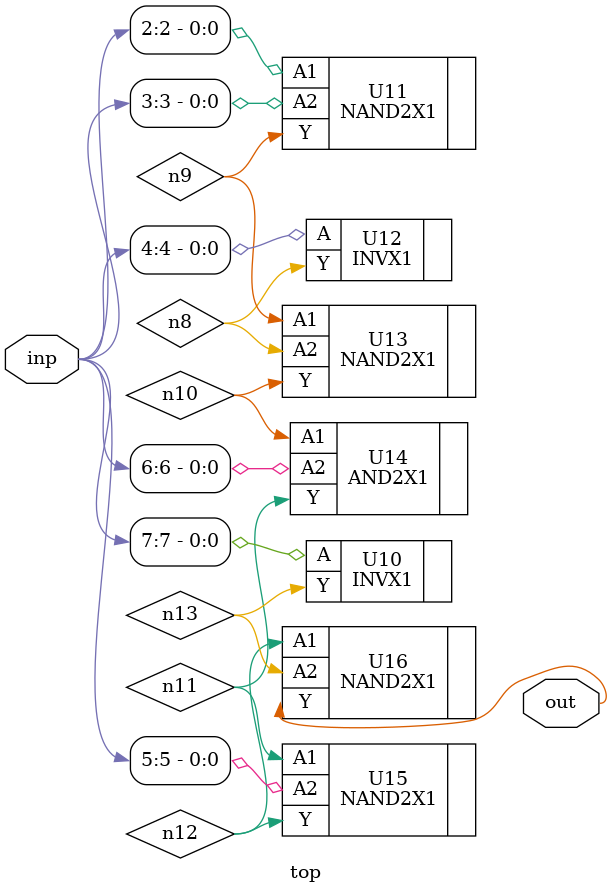
<source format=sv>


module top ( inp, out );
  input [7:0] inp;
  output out;
  wire   n8, n9, n10, n11, n12, n13;

  INVX1 U10 ( .A(inp[7]), .Y(n13) );
  NAND2X1 U11 ( .A1(inp[2]), .A2(inp[3]), .Y(n9) );
  INVX1 U12 ( .A(inp[4]), .Y(n8) );
  NAND2X1 U13 ( .A1(n9), .A2(n8), .Y(n10) );
  AND2X1 U14 ( .A1(n10), .A2(inp[6]), .Y(n11) );
  NAND2X1 U15 ( .A1(n11), .A2(inp[5]), .Y(n12) );
  NAND2X1 U16 ( .A1(n12), .A2(n13), .Y(out) );
endmodule


</source>
